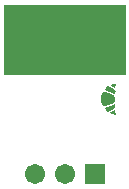
<source format=gbs>
G04*
G04 #@! TF.GenerationSoftware,Altium Limited,Altium Designer,21.0.9 (235)*
G04*
G04 Layer_Color=16711935*
%FSLAX25Y25*%
%MOIN*%
G70*
G04*
G04 #@! TF.SameCoordinates,1D4A9721-F0F7-41EE-9C20-8A589661CF1D*
G04*
G04*
G04 #@! TF.FilePolarity,Negative*
G04*
G01*
G75*
%ADD21R,0.40958X0.23635*%
%ADD29C,0.06706*%
%ADD30R,0.06706X0.06706*%
%ADD31C,0.22453*%
G36*
X37458Y34196D02*
X37613D01*
Y34173D01*
X37680D01*
Y34151D01*
X37724D01*
Y34084D01*
X37702D01*
Y33996D01*
X37680D01*
Y33929D01*
X37658D01*
Y33862D01*
X37635D01*
Y33795D01*
X37613D01*
Y33751D01*
X37591D01*
Y33684D01*
X37569D01*
Y33640D01*
X37547D01*
Y33573D01*
X37524D01*
Y33529D01*
X37502D01*
Y33485D01*
X37480D01*
Y33418D01*
X37458D01*
Y33373D01*
X37435D01*
Y33329D01*
X37413D01*
Y33262D01*
X37391D01*
Y33218D01*
X37369D01*
Y33173D01*
X37347D01*
Y33107D01*
X37324D01*
Y33062D01*
X37302D01*
Y32996D01*
X37280D01*
Y32951D01*
X37258D01*
Y32907D01*
X37236D01*
Y32840D01*
X37213D01*
Y32796D01*
X37191D01*
Y32751D01*
X37169D01*
Y32774D01*
X37124D01*
Y32796D01*
X37080D01*
Y32818D01*
X37036D01*
Y32840D01*
X37013D01*
Y32862D01*
X36969D01*
Y32885D01*
X36924D01*
Y32907D01*
X36880D01*
Y32929D01*
X36836D01*
Y32951D01*
X36813D01*
Y32973D01*
X36769D01*
Y32996D01*
X36724D01*
Y33018D01*
X36680D01*
Y33040D01*
X36636D01*
Y33062D01*
X36591D01*
Y33084D01*
X36569D01*
Y33107D01*
X36525D01*
Y33129D01*
X36480D01*
Y33151D01*
X36436D01*
Y33173D01*
X36391D01*
Y33196D01*
X36347D01*
Y33218D01*
X36325D01*
Y33240D01*
X36280D01*
Y33262D01*
X36236D01*
Y33285D01*
X36191D01*
Y33307D01*
X36147D01*
Y33329D01*
X36125D01*
Y33351D01*
X36080D01*
Y33373D01*
X36036D01*
Y33396D01*
X35991D01*
Y33418D01*
X35947D01*
Y33440D01*
X35902D01*
Y33462D01*
X35880D01*
Y33485D01*
X35836D01*
Y33507D01*
X35791D01*
Y33529D01*
X35814D01*
Y33551D01*
X35836D01*
Y33596D01*
X35880D01*
Y33640D01*
X35902D01*
Y33662D01*
X35925D01*
Y33684D01*
X35947D01*
Y33707D01*
X35991D01*
Y33729D01*
X36013D01*
Y33751D01*
X36036D01*
Y33773D01*
X36058D01*
Y33795D01*
X36080D01*
Y33818D01*
X36125D01*
Y33840D01*
X36147D01*
Y33862D01*
X36169D01*
Y33884D01*
X36213D01*
Y33907D01*
X36236D01*
Y33929D01*
X36280D01*
Y33951D01*
X36325D01*
Y33973D01*
X36369D01*
Y33996D01*
X36413D01*
Y34018D01*
X36458D01*
Y34040D01*
X36502D01*
Y34062D01*
X36547D01*
Y34084D01*
X36613D01*
Y34107D01*
X36680D01*
Y34129D01*
X36747D01*
Y34151D01*
X36858D01*
Y34173D01*
X36947D01*
Y34196D01*
X37147D01*
Y34218D01*
X37458D01*
Y34196D01*
D02*
G37*
G36*
X35014Y33373D02*
X35058D01*
Y33351D01*
X35125D01*
Y33329D01*
X35169D01*
Y33307D01*
X35214D01*
Y33285D01*
X35258D01*
Y33262D01*
X35302D01*
Y33240D01*
X35347D01*
Y33218D01*
X35369D01*
Y33196D01*
X35414D01*
Y33173D01*
X35458D01*
Y33151D01*
X35502D01*
Y33129D01*
X35547D01*
Y33107D01*
X35569D01*
Y33084D01*
X35614D01*
Y33062D01*
X35658D01*
Y33040D01*
X35702D01*
Y33018D01*
X35747D01*
Y32996D01*
X35791D01*
Y32973D01*
X35836D01*
Y32951D01*
X35858D01*
Y32929D01*
X35902D01*
Y32907D01*
X35947D01*
Y32885D01*
X35991D01*
Y32862D01*
X36036D01*
Y32840D01*
X36058D01*
Y32818D01*
X36102D01*
Y32796D01*
X36147D01*
Y32774D01*
X36191D01*
Y32751D01*
X36236D01*
Y32729D01*
X36258D01*
Y32707D01*
X36302D01*
Y32685D01*
X36347D01*
Y32662D01*
X36391D01*
Y32640D01*
X36436D01*
Y32618D01*
X36480D01*
Y32596D01*
X36525D01*
Y32574D01*
X36547D01*
Y32551D01*
X36591D01*
Y32529D01*
X36636D01*
Y32507D01*
X36680D01*
Y32485D01*
X36724D01*
Y32462D01*
X36747D01*
Y32440D01*
X36791D01*
Y32418D01*
X36836D01*
Y32396D01*
X36880D01*
Y32373D01*
X36924D01*
Y32351D01*
X36947D01*
Y32329D01*
X36969D01*
Y32307D01*
X37013D01*
Y32285D01*
X37036D01*
Y32262D01*
X37058D01*
Y32240D01*
X37080D01*
Y32218D01*
X37124D01*
Y32196D01*
X37147D01*
Y32174D01*
X37169D01*
Y32151D01*
X37191D01*
Y32129D01*
X37213D01*
Y32107D01*
X37236D01*
Y32085D01*
X37258D01*
Y32063D01*
X37280D01*
Y32040D01*
X37302D01*
Y32018D01*
X37324D01*
Y31996D01*
X37347D01*
Y31974D01*
X37369D01*
Y31929D01*
X37391D01*
Y31907D01*
X37413D01*
Y31863D01*
X37435D01*
Y31818D01*
X37458D01*
Y31751D01*
X37480D01*
Y31440D01*
X37458D01*
Y31329D01*
X37435D01*
Y31240D01*
X37413D01*
Y31174D01*
X37391D01*
Y31085D01*
X37369D01*
Y31040D01*
X37347D01*
Y30974D01*
X37324D01*
Y30907D01*
X37302D01*
Y30863D01*
X37280D01*
Y30796D01*
X37258D01*
Y30751D01*
X37236D01*
Y30685D01*
X37213D01*
Y30641D01*
X37191D01*
Y30618D01*
X37169D01*
Y30641D01*
X37147D01*
Y30663D01*
X37102D01*
Y30685D01*
X37080D01*
Y30707D01*
X37058D01*
Y30729D01*
X37036D01*
Y30751D01*
X36991D01*
Y30774D01*
X36969D01*
Y30796D01*
X36924D01*
Y30818D01*
X36902D01*
Y30840D01*
X36858D01*
Y30863D01*
X36813D01*
Y30885D01*
X36769D01*
Y30907D01*
X36724D01*
Y30929D01*
X36680D01*
Y30951D01*
X36636D01*
Y30974D01*
X36591D01*
Y30996D01*
X36547D01*
Y31018D01*
X36480D01*
Y31040D01*
X36436D01*
Y31063D01*
X36391D01*
Y31085D01*
X36325D01*
Y31107D01*
X36280D01*
Y31129D01*
X36213D01*
Y31152D01*
X36169D01*
Y31174D01*
X36102D01*
Y31196D01*
X36058D01*
Y31218D01*
X35991D01*
Y31240D01*
X35947D01*
Y31263D01*
X35880D01*
Y31285D01*
X35836D01*
Y31307D01*
X35769D01*
Y31329D01*
X35725D01*
Y31351D01*
X35658D01*
Y31374D01*
X35614D01*
Y31396D01*
X35547D01*
Y31418D01*
X35502D01*
Y31440D01*
X35436D01*
Y31462D01*
X35391D01*
Y31485D01*
X35325D01*
Y31507D01*
X35280D01*
Y31529D01*
X35236D01*
Y31551D01*
X35169D01*
Y31574D01*
X35102D01*
Y31596D01*
X35058D01*
Y31618D01*
X35014D01*
Y31640D01*
X34947D01*
Y31662D01*
X34903D01*
Y31685D01*
X34836D01*
Y31707D01*
X34791D01*
Y31729D01*
X34725D01*
Y31751D01*
X34680D01*
Y31774D01*
X34614D01*
Y31796D01*
X34569D01*
Y31818D01*
X34503D01*
Y31840D01*
X34458D01*
Y31863D01*
X34391D01*
Y31885D01*
X34347D01*
Y31907D01*
X34280D01*
Y31929D01*
X34214D01*
Y31951D01*
X34147D01*
Y31974D01*
X34080D01*
Y31996D01*
X34036D01*
Y32063D01*
X34058D01*
Y32107D01*
X34080D01*
Y32174D01*
X34103D01*
Y32218D01*
X34125D01*
Y32262D01*
X34147D01*
Y32329D01*
X34169D01*
Y32373D01*
X34192D01*
Y32440D01*
X34214D01*
Y32462D01*
X34236D01*
Y32529D01*
X34258D01*
Y32574D01*
X34280D01*
Y32618D01*
X34303D01*
Y32662D01*
X34325D01*
Y32707D01*
X34347D01*
Y32774D01*
X34369D01*
Y32796D01*
X34391D01*
Y32840D01*
X34414D01*
Y32885D01*
X34436D01*
Y32929D01*
X34458D01*
Y32973D01*
X34480D01*
Y32996D01*
X34503D01*
Y33040D01*
X34525D01*
Y33084D01*
X34547D01*
Y33107D01*
X34569D01*
Y33151D01*
X34591D01*
Y33173D01*
X34614D01*
Y33218D01*
X34636D01*
Y33240D01*
X34658D01*
Y33262D01*
X34680D01*
Y33285D01*
X34703D01*
Y33307D01*
X34725D01*
Y33329D01*
X34747D01*
Y33351D01*
X34791D01*
Y33373D01*
X34836D01*
Y33396D01*
X35014D01*
Y33373D01*
D02*
G37*
G36*
X33903Y31529D02*
X33969D01*
Y31507D01*
X34058D01*
Y31485D01*
X34125D01*
Y31462D01*
X34169D01*
Y31440D01*
X34236D01*
Y31418D01*
X34280D01*
Y31396D01*
X34347D01*
Y31374D01*
X34391D01*
Y31351D01*
X34458D01*
Y31329D01*
X34525D01*
Y31307D01*
X34569D01*
Y31285D01*
X34636D01*
Y31263D01*
X34680D01*
Y31240D01*
X34725D01*
Y31218D01*
X34791D01*
Y31196D01*
X34836D01*
Y31174D01*
X34903D01*
Y31152D01*
X34947D01*
Y31129D01*
X35014D01*
Y31107D01*
X35058D01*
Y31085D01*
X35125D01*
Y31063D01*
X35169D01*
Y31040D01*
X35236D01*
Y31018D01*
X35280D01*
Y30996D01*
X35325D01*
Y30974D01*
X35391D01*
Y30951D01*
X35458D01*
Y30929D01*
X35502D01*
Y30907D01*
X35569D01*
Y30885D01*
X35614D01*
Y30863D01*
X35680D01*
Y30840D01*
X35725D01*
Y30818D01*
X35791D01*
Y30796D01*
X35836D01*
Y30774D01*
X35902D01*
Y30751D01*
X35947D01*
Y30729D01*
X35991D01*
Y30707D01*
X36058D01*
Y30685D01*
X36125D01*
Y30663D01*
X36169D01*
Y30641D01*
X36236D01*
Y30618D01*
X36280D01*
Y30596D01*
X36325D01*
Y30574D01*
X36369D01*
Y30552D01*
X36436D01*
Y30529D01*
X36480D01*
Y30507D01*
X36525D01*
Y30485D01*
X36569D01*
Y30463D01*
X36613D01*
Y30441D01*
X36636D01*
Y30418D01*
X36680D01*
Y30396D01*
X36724D01*
Y30374D01*
X36747D01*
Y30352D01*
X36791D01*
Y30329D01*
X36813D01*
Y30307D01*
X36836D01*
Y30285D01*
X36858D01*
Y30263D01*
X36880D01*
Y30240D01*
X36902D01*
Y30218D01*
X36924D01*
Y30196D01*
X36947D01*
Y30174D01*
X36969D01*
Y30152D01*
X36991D01*
Y30129D01*
X37013D01*
Y30107D01*
X37036D01*
Y30063D01*
X37058D01*
Y30018D01*
X37080D01*
Y29996D01*
X37102D01*
Y29952D01*
X37124D01*
Y29907D01*
X37147D01*
Y29863D01*
X37169D01*
Y29796D01*
X37191D01*
Y29730D01*
X37213D01*
Y29685D01*
X37236D01*
Y29596D01*
X37258D01*
Y29507D01*
X37280D01*
Y29374D01*
X37302D01*
Y29085D01*
X37324D01*
Y29019D01*
X37302D01*
Y28707D01*
X37280D01*
Y28552D01*
X37258D01*
Y28485D01*
X37236D01*
Y28374D01*
X37213D01*
Y28308D01*
X37191D01*
Y28241D01*
X37169D01*
Y28174D01*
X37147D01*
Y28108D01*
X37124D01*
Y28063D01*
X37102D01*
Y28019D01*
X37080D01*
Y27974D01*
X37058D01*
Y27930D01*
X37036D01*
Y27885D01*
X37013D01*
Y27841D01*
X36991D01*
Y27819D01*
X36969D01*
Y27796D01*
X36947D01*
Y27752D01*
X36924D01*
Y27730D01*
X36902D01*
Y27708D01*
X36880D01*
Y27685D01*
X36858D01*
Y27663D01*
X36813D01*
Y27641D01*
X36791D01*
Y27619D01*
X36769D01*
Y27597D01*
X36724D01*
Y27574D01*
X36680D01*
Y27552D01*
X36636D01*
Y27530D01*
X36591D01*
Y27508D01*
X36547D01*
Y27485D01*
X36480D01*
Y27463D01*
X36436D01*
Y27441D01*
X36369D01*
Y27419D01*
X36280D01*
Y27397D01*
X36213D01*
Y27374D01*
X36147D01*
Y27352D01*
X36080D01*
Y27330D01*
X36013D01*
Y27308D01*
X35947D01*
Y27285D01*
X35858D01*
Y27263D01*
X35791D01*
Y27241D01*
X35725D01*
Y27219D01*
X35636D01*
Y27196D01*
X35569D01*
Y27174D01*
X35502D01*
Y27152D01*
X35436D01*
Y27130D01*
X35369D01*
Y27108D01*
X35302D01*
Y27085D01*
X35214D01*
Y27063D01*
X35147D01*
Y27041D01*
X35080D01*
Y27019D01*
X35014D01*
Y26997D01*
X34947D01*
Y26974D01*
X34880D01*
Y26952D01*
X34791D01*
Y26930D01*
X34725D01*
Y26908D01*
X34658D01*
Y26886D01*
X34591D01*
Y26863D01*
X34525D01*
Y26841D01*
X34458D01*
Y26819D01*
X34369D01*
Y26797D01*
X34303D01*
Y26774D01*
X34236D01*
Y26752D01*
X34169D01*
Y26730D01*
X34125D01*
Y26708D01*
X34036D01*
Y26686D01*
X33947D01*
Y26663D01*
X33747D01*
Y26686D01*
X33658D01*
Y26708D01*
X33614D01*
Y26730D01*
X33569D01*
Y26752D01*
X33547D01*
Y26774D01*
X33503D01*
Y26797D01*
X33481D01*
Y26819D01*
X33458D01*
Y26841D01*
X33414D01*
Y26863D01*
X33392D01*
Y26886D01*
X33369D01*
Y26908D01*
X33347D01*
Y26930D01*
X33325D01*
Y26952D01*
X33303D01*
Y26997D01*
X33281D01*
Y27019D01*
X33258D01*
Y27041D01*
X33236D01*
Y27063D01*
X33214D01*
Y27085D01*
X33192D01*
Y27130D01*
X33169D01*
Y27152D01*
X33147D01*
Y27174D01*
X33125D01*
Y27219D01*
X33103D01*
Y27241D01*
X33081D01*
Y27285D01*
X33058D01*
Y27308D01*
X33036D01*
Y27352D01*
X33014D01*
Y27374D01*
X32992D01*
Y27419D01*
X32969D01*
Y27463D01*
X32947D01*
Y27485D01*
X32925D01*
Y27530D01*
X32903D01*
Y27574D01*
X32881D01*
Y27619D01*
X32858D01*
Y27663D01*
X32836D01*
Y27708D01*
X32814D01*
Y27752D01*
X32792D01*
Y27796D01*
X32770D01*
Y27863D01*
X32747D01*
Y27907D01*
X32725D01*
Y27952D01*
X32703D01*
Y28019D01*
X32681D01*
Y28085D01*
X32658D01*
Y28152D01*
X32636D01*
Y28219D01*
X32614D01*
Y28285D01*
X32592D01*
Y28396D01*
X32570D01*
Y28463D01*
X32547D01*
Y28596D01*
X32525D01*
Y28685D01*
X32503D01*
Y28952D01*
X32481D01*
Y29263D01*
X32503D01*
Y29530D01*
X32525D01*
Y29641D01*
X32547D01*
Y29774D01*
X32570D01*
Y29841D01*
X32592D01*
Y29952D01*
X32614D01*
Y30018D01*
X32636D01*
Y30107D01*
X32658D01*
Y30174D01*
X32681D01*
Y30240D01*
X32703D01*
Y30307D01*
X32725D01*
Y30352D01*
X32747D01*
Y30418D01*
X32770D01*
Y30485D01*
X32792D01*
Y30529D01*
X32814D01*
Y30574D01*
X32836D01*
Y30618D01*
X32858D01*
Y30663D01*
X32881D01*
Y30707D01*
X32903D01*
Y30751D01*
X32925D01*
Y30796D01*
X32947D01*
Y30840D01*
X32969D01*
Y30885D01*
X32992D01*
Y30907D01*
X33014D01*
Y30951D01*
X33036D01*
Y30996D01*
X33058D01*
Y31018D01*
X33081D01*
Y31063D01*
X33103D01*
Y31085D01*
X33125D01*
Y31129D01*
X33147D01*
Y31152D01*
X33169D01*
Y31174D01*
X33192D01*
Y31218D01*
X33214D01*
Y31240D01*
X33236D01*
Y31263D01*
X33258D01*
Y31285D01*
X33281D01*
Y31307D01*
X33303D01*
Y31329D01*
X33325D01*
Y31351D01*
X33347D01*
Y31374D01*
X33369D01*
Y31396D01*
X33392D01*
Y31418D01*
X33414D01*
Y31440D01*
X33458D01*
Y31462D01*
X33481D01*
Y31485D01*
X33525D01*
Y31507D01*
X33569D01*
Y31529D01*
X33636D01*
Y31551D01*
X33903D01*
Y31529D01*
D02*
G37*
G36*
X37191Y27308D02*
X37213D01*
Y27263D01*
X37236D01*
Y27196D01*
X37258D01*
Y27152D01*
X37280D01*
Y27108D01*
X37302D01*
Y27041D01*
X37324D01*
Y26997D01*
X37347D01*
Y26930D01*
X37369D01*
Y26886D01*
X37391D01*
Y26819D01*
X37413D01*
Y26752D01*
X37435D01*
Y26663D01*
X37458D01*
Y26375D01*
X37435D01*
Y26330D01*
X37413D01*
Y26286D01*
X37391D01*
Y26263D01*
X37369D01*
Y26241D01*
X37347D01*
Y26197D01*
X37324D01*
Y26175D01*
X37302D01*
Y26152D01*
X37280D01*
Y26130D01*
X37258D01*
Y26108D01*
X37213D01*
Y26086D01*
X37191D01*
Y26063D01*
X37169D01*
Y26041D01*
X37147D01*
Y26019D01*
X37102D01*
Y25997D01*
X37080D01*
Y25975D01*
X37058D01*
Y25952D01*
X37013D01*
Y25930D01*
X36991D01*
Y25908D01*
X36947D01*
Y25886D01*
X36924D01*
Y25863D01*
X36880D01*
Y25841D01*
X36858D01*
Y25819D01*
X36813D01*
Y25797D01*
X36791D01*
Y25774D01*
X36747D01*
Y25752D01*
X36724D01*
Y25730D01*
X36680D01*
Y25708D01*
X36658D01*
Y25686D01*
X36613D01*
Y25664D01*
X36591D01*
Y25641D01*
X36547D01*
Y25619D01*
X36502D01*
Y25597D01*
X36480D01*
Y25575D01*
X36436D01*
Y25552D01*
X36413D01*
Y25530D01*
X36369D01*
Y25508D01*
X36325D01*
Y25486D01*
X36302D01*
Y25464D01*
X36258D01*
Y25441D01*
X36213D01*
Y25419D01*
X36191D01*
Y25397D01*
X36147D01*
Y25375D01*
X36125D01*
Y25352D01*
X36080D01*
Y25330D01*
X36036D01*
Y25308D01*
X36013D01*
Y25286D01*
X35969D01*
Y25264D01*
X35925D01*
Y25241D01*
X35902D01*
Y25219D01*
X35858D01*
Y25197D01*
X35814D01*
Y25175D01*
X35791D01*
Y25152D01*
X35747D01*
Y25130D01*
X35725D01*
Y25108D01*
X35680D01*
Y25086D01*
X35636D01*
Y25063D01*
X35591D01*
Y25041D01*
X35547D01*
Y25019D01*
X35502D01*
Y24997D01*
X35436D01*
Y24975D01*
X35391D01*
Y24952D01*
X35347D01*
Y24930D01*
X35280D01*
Y24908D01*
X35214D01*
Y24886D01*
X35169D01*
Y24864D01*
X35080D01*
Y24841D01*
X34769D01*
Y24864D01*
X34725D01*
Y24886D01*
X34680D01*
Y24908D01*
X34636D01*
Y24930D01*
X34614D01*
Y24952D01*
X34591D01*
Y24975D01*
X34569D01*
Y24997D01*
X34547D01*
Y25019D01*
X34525D01*
Y25041D01*
X34503D01*
Y25063D01*
X34480D01*
Y25108D01*
X34458D01*
Y25130D01*
X34436D01*
Y25152D01*
X34414D01*
Y25197D01*
X34391D01*
Y25241D01*
X34369D01*
Y25264D01*
X34347D01*
Y25308D01*
X34325D01*
Y25352D01*
X34303D01*
Y25397D01*
X34280D01*
Y25441D01*
X34258D01*
Y25464D01*
X34236D01*
Y25530D01*
X34214D01*
Y25575D01*
X34192D01*
Y25619D01*
X34169D01*
Y25664D01*
X34147D01*
Y25708D01*
X34125D01*
Y25774D01*
X34103D01*
Y25819D01*
X34080D01*
Y25886D01*
X34058D01*
Y25930D01*
X34036D01*
Y25997D01*
X34014D01*
Y26041D01*
X33992D01*
Y26108D01*
X33969D01*
Y26175D01*
X33947D01*
Y26197D01*
X34014D01*
Y26219D01*
X34103D01*
Y26241D01*
X34192D01*
Y26263D01*
X34258D01*
Y26286D01*
X34325D01*
Y26308D01*
X34391D01*
Y26330D01*
X34458D01*
Y26352D01*
X34525D01*
Y26375D01*
X34591D01*
Y26397D01*
X34680D01*
Y26419D01*
X34747D01*
Y26441D01*
X34814D01*
Y26463D01*
X34880D01*
Y26485D01*
X34947D01*
Y26508D01*
X35036D01*
Y26530D01*
X35080D01*
Y26552D01*
X35169D01*
Y26574D01*
X35236D01*
Y26597D01*
X35302D01*
Y26619D01*
X35391D01*
Y26641D01*
X35436D01*
Y26663D01*
X35525D01*
Y26686D01*
X35591D01*
Y26708D01*
X35658D01*
Y26730D01*
X35747D01*
Y26752D01*
X35791D01*
Y26774D01*
X35880D01*
Y26797D01*
X35925D01*
Y26819D01*
X36013D01*
Y26841D01*
X36080D01*
Y26863D01*
X36147D01*
Y26886D01*
X36236D01*
Y26908D01*
X36280D01*
Y26930D01*
X36369D01*
Y26952D01*
X36436D01*
Y26974D01*
X36502D01*
Y26997D01*
X36569D01*
Y27019D01*
X36636D01*
Y27041D01*
X36702D01*
Y27063D01*
X36747D01*
Y27085D01*
X36791D01*
Y27108D01*
X36836D01*
Y27130D01*
X36880D01*
Y27152D01*
X36924D01*
Y27174D01*
X36969D01*
Y27196D01*
X37013D01*
Y27219D01*
X37036D01*
Y27241D01*
X37058D01*
Y27263D01*
X37102D01*
Y27285D01*
X37124D01*
Y27308D01*
X37147D01*
Y27330D01*
X37169D01*
Y27352D01*
X37191D01*
Y27308D01*
D02*
G37*
G36*
X37102Y25397D02*
X37124D01*
Y25330D01*
X37147D01*
Y25286D01*
X37169D01*
Y25219D01*
X37191D01*
Y25175D01*
X37213D01*
Y25130D01*
X37236D01*
Y25063D01*
X37258D01*
Y25019D01*
X37280D01*
Y24952D01*
X37302D01*
Y24908D01*
X37324D01*
Y24841D01*
X37347D01*
Y24797D01*
X37369D01*
Y24753D01*
X37391D01*
Y24686D01*
X37413D01*
Y24641D01*
X37435D01*
Y24597D01*
X37458D01*
Y24530D01*
X37480D01*
Y24486D01*
X37502D01*
Y24419D01*
X37524D01*
Y24375D01*
X37547D01*
Y24308D01*
X37569D01*
Y24264D01*
X37591D01*
Y24197D01*
X37613D01*
Y24130D01*
X37635D01*
Y24064D01*
X37658D01*
Y23908D01*
X37591D01*
Y23886D01*
X37413D01*
Y23864D01*
X37191D01*
Y23886D01*
X36991D01*
Y23908D01*
X36880D01*
Y23930D01*
X36791D01*
Y23953D01*
X36702D01*
Y23975D01*
X36636D01*
Y23997D01*
X36569D01*
Y24019D01*
X36525D01*
Y24042D01*
X36458D01*
Y24064D01*
X36413D01*
Y24086D01*
X36369D01*
Y24108D01*
X36325D01*
Y24130D01*
X36302D01*
Y24153D01*
X36258D01*
Y24175D01*
X36213D01*
Y24197D01*
X36191D01*
Y24219D01*
X36147D01*
Y24241D01*
X36125D01*
Y24264D01*
X36080D01*
Y24286D01*
X36058D01*
Y24308D01*
X36036D01*
Y24330D01*
X36013D01*
Y24352D01*
X35969D01*
Y24375D01*
X35947D01*
Y24397D01*
X35925D01*
Y24419D01*
X35902D01*
Y24441D01*
X35880D01*
Y24464D01*
X35858D01*
Y24486D01*
X35836D01*
Y24508D01*
X35814D01*
Y24530D01*
X35791D01*
Y24575D01*
X35769D01*
Y24597D01*
X35747D01*
Y24619D01*
X35791D01*
Y24641D01*
X35836D01*
Y24664D01*
X35880D01*
Y24686D01*
X35925D01*
Y24708D01*
X35969D01*
Y24730D01*
X35991D01*
Y24753D01*
X36036D01*
Y24775D01*
X36058D01*
Y24797D01*
X36102D01*
Y24819D01*
X36147D01*
Y24841D01*
X36169D01*
Y24864D01*
X36213D01*
Y24886D01*
X36258D01*
Y24908D01*
X36280D01*
Y24930D01*
X36325D01*
Y24952D01*
X36369D01*
Y24975D01*
X36391D01*
Y24997D01*
X36436D01*
Y25019D01*
X36480D01*
Y25041D01*
X36502D01*
Y25063D01*
X36547D01*
Y25086D01*
X36569D01*
Y25108D01*
X36613D01*
Y25130D01*
X36658D01*
Y25152D01*
X36680D01*
Y25175D01*
X36724D01*
Y25197D01*
X36747D01*
Y25219D01*
X36791D01*
Y25241D01*
X36836D01*
Y25264D01*
X36858D01*
Y25286D01*
X36902D01*
Y25308D01*
X36924D01*
Y25330D01*
X36969D01*
Y25352D01*
X36991D01*
Y25375D01*
X37036D01*
Y25397D01*
X37058D01*
Y25419D01*
X37102D01*
Y25397D01*
D02*
G37*
D21*
X20472Y48858D02*
D03*
D29*
X10472Y3937D02*
D03*
X20472D02*
D03*
D30*
X30472D02*
D03*
D31*
X20472Y48858D02*
D03*
M02*

</source>
